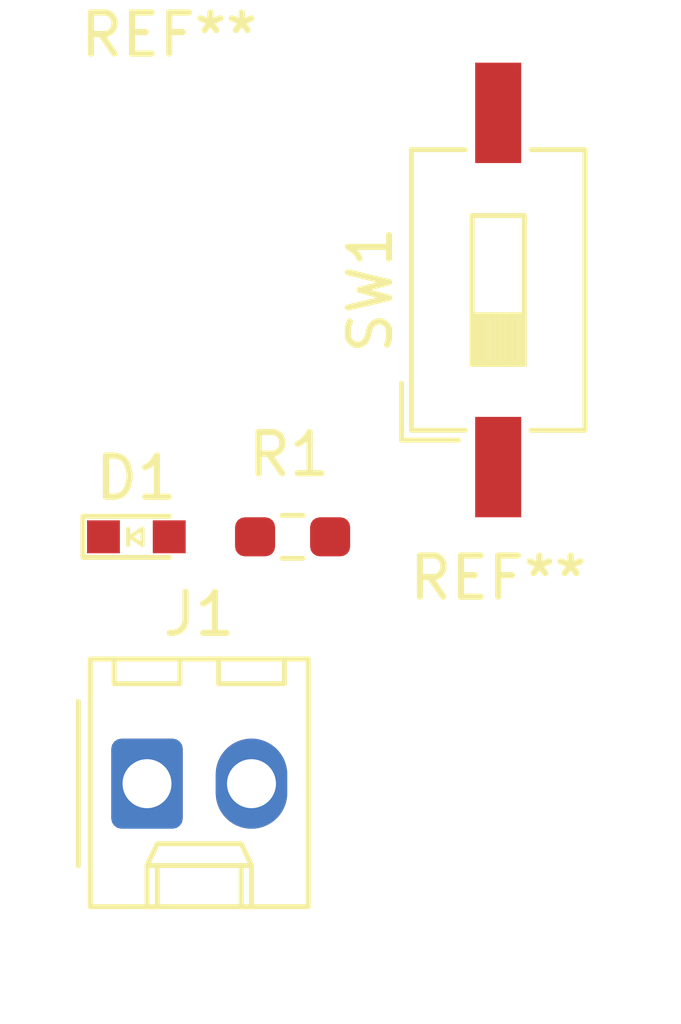
<source format=kicad_pcb>
(kicad_pcb (version 20240108) (generator "pcbnew") (generator_version "8.0")
  (title_block (title "LED Project") (date "2025-09-16") (rev "0.0") (company "Illini Solar Car") (comment 1 "Designed By: Neha Kulkarni"))
  (layers (0 "F.Cu" signal) (31 "B.Cu" signal) (34 "B.Paste" user) (35 "F.Paste" user) (36 "B.SilkS" user "B.Silkscreen") (37 "F.SilkS" user "F.Silkscreen") (38 "B.Mask" user) (39 "F.Mask" user) (44 "Edge.Cuts" user))
  (net 0 "")
  (net 1 "Net-(D1-A)")
  (net 2 "GND")
  (net 3 "Net-(R1-Pad1)")
  (net 4 "+3V3")
  (footprint "Connector_Molex:Molex_KK-254_AE-6410-02A_1x02_P2.54mm_Vertical" (layer "F.Cu") (at 133.46 101)
    (property "Reference" "J1" (at 1.27 -4.12 0) (layer "F.SilkS"))
    (property "Value" "Conn_01x02")
    (fp_line (start -1.67 -2) (end -1.67 2) (stroke (width 0.12)) (layer "F.SilkS"))
    (fp_line (start -1.38 -3.03) (end -1.38 2.99) (stroke (width 0.12)) (layer "F.SilkS"))
    (fp_line (start -1.38 2.99) (end 3.92 2.99) (stroke (width 0.12)) (layer "F.SilkS"))
    (fp_line (start -0.8 -3.03) (end -0.8 -2.43) (stroke (width 0.12)) (layer "F.SilkS"))
    (fp_line (start -0.8 -2.43) (end 0.8 -2.43) (stroke (width 0.12)) (layer "F.SilkS"))
    (fp_line (start 0 1.99) (end 0.25 1.46) (stroke (width 0.12)) (layer "F.SilkS"))
    (fp_line (start 0 1.99) (end 2.54 1.99) (stroke (width 0.12)) (layer "F.SilkS"))
    (fp_line (start 0 2.99) (end 0 1.99) (stroke (width 0.12)) (layer "F.SilkS"))
    (fp_line (start 0.25 1.46) (end 2.29 1.46) (stroke (width 0.12)) (layer "F.SilkS"))
    (fp_line (start 0.25 2.99) (end 0.25 1.99) (stroke (width 0.12)) (layer "F.SilkS"))
    (fp_line (start 0.8 -2.43) (end 0.8 -3.03) (stroke (width 0.12)) (layer "F.SilkS"))
    (fp_line (start 1.74 -3.03) (end 1.74 -2.43) (stroke (width 0.12)) (layer "F.SilkS"))
    (fp_line (start 1.74 -2.43) (end 3.34 -2.43) (stroke (width 0.12)) (layer "F.SilkS"))
    (fp_line (start 2.29 1.46) (end 2.54 1.99) (stroke (width 0.12)) (layer "F.SilkS"))
    (fp_line (start 2.29 2.99) (end 2.29 1.99) (stroke (width 0.12)) (layer "F.SilkS"))
    (fp_line (start 2.54 1.99) (end 2.54 2.99) (stroke (width 0.12)) (layer "F.SilkS"))
    (fp_line (start 3.34 -2.43) (end 3.34 -3.03) (stroke (width 0.12)) (layer "F.SilkS"))
    (fp_line (start 3.92 -3.03) (end -1.38 -3.03) (stroke (width 0.12)) (layer "F.SilkS"))
    (fp_line (start 3.92 2.99) (end 3.92 -3.03) (stroke (width 0.12)) (layer "F.SilkS"))
    (pad "1" thru_hole roundrect (at 0 0) (size 1.74 2.19) (drill 1.19) (layers "*.Cu" "*.Mask" "In1.Cu" "In2.Cu" "In3.Cu" "In4.Cu" "In5.Cu" "In6.Cu" "In7.Cu" "In8.Cu" "In9.Cu" "In10.Cu" "In11.Cu" "In12.Cu" "In13.Cu" "In14.Cu" "In15.Cu" "In16.Cu" "In17.Cu" "In18.Cu" "In19.Cu" "In20.Cu" "In21.Cu" "In22.Cu" "In23.Cu" "In24.Cu" "In25.Cu" "In26.Cu" "In27.Cu" "In28.Cu" "In29.Cu" "In30.Cu") (roundrect_rratio 0.143678) (net 2 "GND"))
    (pad "2" thru_hole oval (at 2.54 0) (size 1.74 2.19) (drill 1.19) (layers "*.Cu" "*.Mask" "In1.Cu" "In2.Cu" "In3.Cu" "In4.Cu" "In5.Cu" "In6.Cu" "In7.Cu" "In8.Cu" "In9.Cu" "In10.Cu" "In11.Cu" "In12.Cu" "In13.Cu" "In14.Cu" "In15.Cu" "In16.Cu" "In17.Cu" "In18.Cu" "In19.Cu" "In20.Cu" "In21.Cu" "In22.Cu" "In23.Cu" "In24.Cu" "In25.Cu" "In26.Cu" "In27.Cu" "In28.Cu" "In29.Cu" "In30.Cu") (net 4 "+3V3"))
  )
  (footprint "MountingHole:MountingHole_3.2mm_M3" (layer "F.Cu") (at 142 101)
    (property "Reference" "REF**" (at 0 -5 0) (layer "F.SilkS"))
    (property "Value" "3.2 mm")
    (pad "" np_thru_hole circle (at 0 0) (size 3.2 3.2) (drill 3.2) (layers "*.Cu" "*.Mask" "In1.Cu" "In2.Cu" "In3.Cu" "In4.Cu" "In5.Cu" "In6.Cu" "In7.Cu" "In8.Cu" "In9.Cu" "In10.Cu" "In11.Cu" "In12.Cu" "In13.Cu" "In14.Cu" "In15.Cu" "In16.Cu" "In17.Cu" "In18.Cu" "In19.Cu" "In20.Cu" "In21.Cu" "In22.Cu" "In23.Cu" "In24.Cu" "In25.Cu" "In26.Cu" "In27.Cu" "In28.Cu" "In29.Cu" "In30.Cu"))
  )
  (footprint "Button_Switch_SMD:SW_DIP_SPSTx01_Slide_6.7x4.1mm_W8.61mm_P2.54mm_LowProfile" (layer "F.Cu") (at 142 89 90)
    (property "Reference" "SW1" (at 0 -3.11 90) (layer "F.SilkS"))
    (property "Value" "SW_Push")
    (fp_line (start -3.65 -2.35) (end -2.267 -2.35) (stroke (width 0.12)) (layer "F.SilkS"))
    (fp_line (start -3.65 -2.35) (end -3.65 -0.967) (stroke (width 0.12)) (layer "F.SilkS"))
    (fp_line (start 3.41 -2.11) (end 3.41 -0.8) (stroke (width 0.12)) (layer "F.SilkS"))
    (fp_line (start -3.41 -2.11) (end 3.41 -2.11) (stroke (width 0.12)) (layer "F.SilkS"))
    (fp_line (start -3.41 -2.11) (end -3.41 -0.8) (stroke (width 0.12)) (layer "F.SilkS"))
    (fp_line (start 1.81 -0.635) (end -1.81 -0.635) (stroke (width 0.12)) (layer "F.SilkS"))
    (fp_line (start -0.603333 -0.635) (end -0.603333 0.635) (stroke (width 0.12)) (layer "F.SilkS"))
    (fp_line (start -1.81 -0.635) (end -1.81 0.635) (stroke (width 0.12)) (layer "F.SilkS"))
    (fp_line (start -1.81 -0.515) (end -0.603333 -0.515) (stroke (width 0.12)) (layer "F.SilkS"))
    (fp_line (start -1.81 -0.395) (end -0.603333 -0.395) (stroke (width 0.12)) (layer "F.SilkS"))
    (fp_line (start -1.81 -0.275) (end -0.603333 -0.275) (stroke (width 0.12)) (layer "F.SilkS"))
    (fp_line (start -1.81 -0.155) (end -0.603333 -0.155) (stroke (width 0.12)) (layer "F.SilkS"))
    (fp_line (start -1.81 -0.035) (end -0.603333 -0.035) (stroke (width 0.12)) (layer "F.SilkS"))
    (fp_line (start -1.81 0.085) (end -0.603333 0.085) (stroke (width 0.12)) (layer "F.SilkS"))
    (fp_line (start -1.81 0.205) (end -0.603333 0.205) (stroke (width 0.12)) (layer "F.SilkS"))
    (fp_line (start -1.81 0.325) (end -0.603333 0.325) (stroke (width 0.12)) (layer "F.SilkS"))
    (fp_line (start -1.81 0.445) (end -0.603333 0.445) (stroke (width 0.12)) (layer "F.SilkS"))
    (fp_line (start -1.81 0.565) (end -0.603333 0.565) (stroke (width 0.12)) (layer "F.SilkS"))
    (fp_line (start 1.81 0.635) (end 1.81 -0.635) (stroke (width 0.12)) (layer "F.SilkS"))
    (fp_line (start -1.81 0.635) (end 1.81 0.635) (stroke (width 0.12)) (layer "F.SilkS"))
    (fp_line (start 3.41 0.8) (end 3.41 2.11) (stroke (width 0.12)) (layer "F.SilkS"))
    (fp_line (start -3.41 0.8) (end -3.41 2.11) (stroke (width 0.12)) (layer "F.SilkS"))
    (fp_line (start -3.41 2.11) (end 3.41 2.11) (stroke (width 0.12)) (layer "F.SilkS"))
    (pad "1" smd rect (at -4.305 0 90) (size 2.44 1.12) (layers "F.Cu" "F.Paste" "F.Mask") (net 4 "+3V3"))
    (pad "2" smd rect (at 4.305 0 90) (size 2.44 1.12) (layers "F.Cu" "F.Paste" "F.Mask") (net 3 "Net-(R1-Pad1)"))
  )
  (footprint "Resistor_SMD:R_0603_1608Metric_Pad0.98x0.95mm_HandSolder" (layer "F.Cu") (at 137 95)
    (property "Reference" "R1" (at -0.0875 -2 0) (layer "F.SilkS"))
    (property "Value" "105")
    (fp_line (start -0.254724 -0.5225) (end 0.254724 -0.5225) (stroke (width 0.12)) (layer "F.SilkS"))
    (fp_line (start -0.254724 0.5225) (end 0.254724 0.5225) (stroke (width 0.12)) (layer "F.SilkS"))
    (pad "1" smd roundrect (at -0.9125 0) (size 0.975 0.95) (layers "F.Cu" "F.Paste" "F.Mask") (net 3 "Net-(R1-Pad1)"))
    (pad "2" smd roundrect (at 0.9125 0) (size 0.975 0.95) (layers "F.Cu" "F.Paste" "F.Mask") (net 1 "Net-(D1-A)"))
  )
  (footprint "layout:LED_0603_Symbol_on_F.SilkS" (layer "F.Cu") (at 133.2 95)
    (property "Reference" "D1" (at 0 -1.43 0) (layer "F.SilkS"))
    (property "Value" "RED LED")
    (fp_line (start -1.3 -0.5) (end -1.3 0.5) (stroke (width 0.12)) (layer "F.SilkS"))
    (fp_line (start -1.3 -0.5) (end 0.8 -0.5) (stroke (width 0.12)) (layer "F.SilkS"))
    (fp_line (start -1.3 0.5) (end 0.8 0.5) (stroke (width 0.12)) (layer "F.SilkS"))
    (fp_line (start -0.2 -0.2) (end -0.2 0.2) (stroke (width 0.1)) (layer "F.SilkS"))
    (fp_line (start -0.15 0) (end 0.15 -0.2) (stroke (width 0.1)) (layer "F.SilkS"))
    (fp_line (start 0.15 -0.2) (end 0.15 0.2) (stroke (width 0.1)) (layer "F.SilkS"))
    (fp_line (start 0.15 0.2) (end -0.15 0) (stroke (width 0.1)) (layer "F.SilkS"))
    (pad "1" smd rect (at -0.8 0 180) (size 0.8 0.8) (layers "F.Cu" "F.Paste" "F.Mask") (net 2 "GND"))
    (pad "2" smd rect (at 0.8 0 180) (size 0.8 0.8) (layers "F.Cu" "F.Paste" "F.Mask") (net 1 "Net-(D1-A)"))
  )
  (footprint "MountingHole:MountingHole_3.2mm_M3" (layer "F.Cu") (at 134 87)
    (property "Reference" "REF**" (at 0 -4.2 0) (layer "F.SilkS"))
    (property "Value" "3.2 mm")
    (pad "" np_thru_hole circle (at 0 0) (size 3.2 3.2) (drill 3.2) (layers "*.Cu" "*.Mask" "In1.Cu" "In2.Cu" "In3.Cu" "In4.Cu" "In5.Cu" "In6.Cu" "In7.Cu" "In8.Cu" "In9.Cu" "In10.Cu" "In11.Cu" "In12.Cu" "In13.Cu" "In14.Cu" "In15.Cu" "In16.Cu" "In17.Cu" "In18.Cu" "In19.Cu" "In20.Cu" "In21.Cu" "In22.Cu" "In23.Cu" "In24.Cu" "In25.Cu" "In26.Cu" "In27.Cu" "In28.Cu" "In29.Cu" "In30.Cu"))
  )
)
</source>
